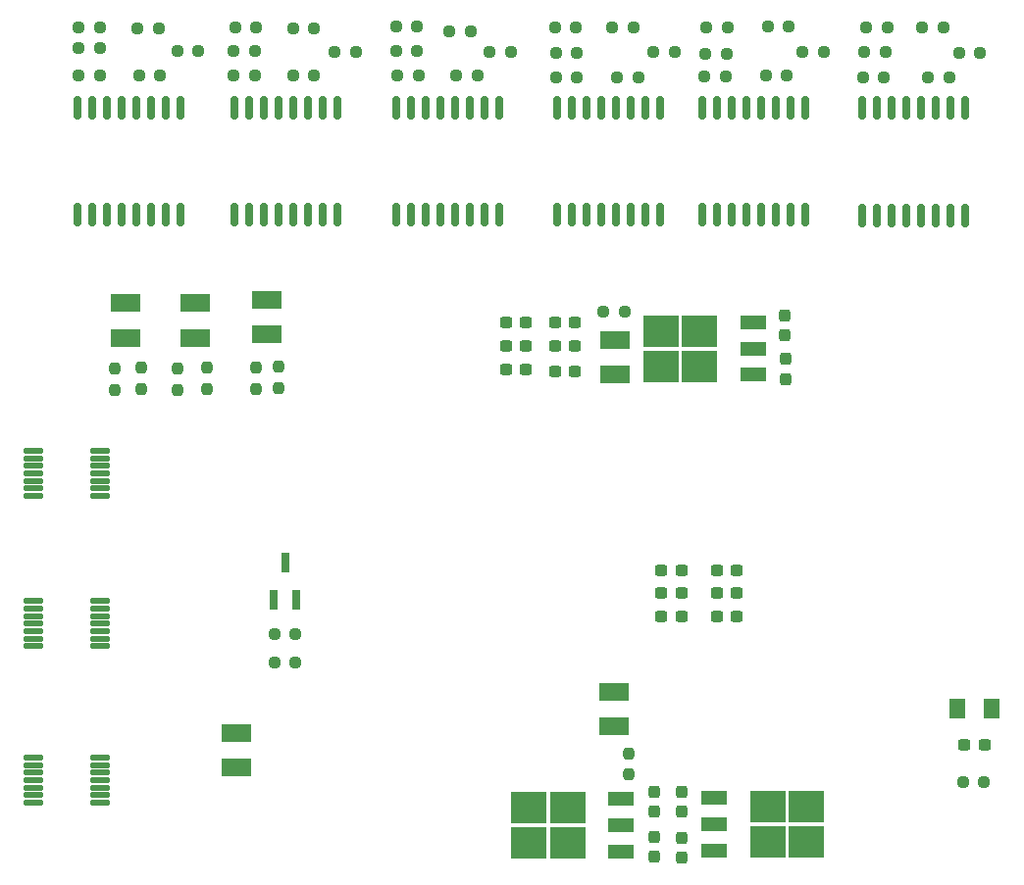
<source format=gbr>
%TF.GenerationSoftware,KiCad,Pcbnew,6.0.11-2627ca5db0~126~ubuntu20.04.1*%
%TF.CreationDate,2023-12-31T19:32:31+09:00*%
%TF.ProjectId,wheel,77686565-6c2e-46b6-9963-61645f706362,rev?*%
%TF.SameCoordinates,Original*%
%TF.FileFunction,Paste,Top*%
%TF.FilePolarity,Positive*%
%FSLAX46Y46*%
G04 Gerber Fmt 4.6, Leading zero omitted, Abs format (unit mm)*
G04 Created by KiCad (PCBNEW 6.0.11-2627ca5db0~126~ubuntu20.04.1) date 2023-12-31 19:32:31*
%MOMM*%
%LPD*%
G01*
G04 APERTURE LIST*
G04 Aperture macros list*
%AMRoundRect*
0 Rectangle with rounded corners*
0 $1 Rounding radius*
0 $2 $3 $4 $5 $6 $7 $8 $9 X,Y pos of 4 corners*
0 Add a 4 corners polygon primitive as box body*
4,1,4,$2,$3,$4,$5,$6,$7,$8,$9,$2,$3,0*
0 Add four circle primitives for the rounded corners*
1,1,$1+$1,$2,$3*
1,1,$1+$1,$4,$5*
1,1,$1+$1,$6,$7*
1,1,$1+$1,$8,$9*
0 Add four rect primitives between the rounded corners*
20,1,$1+$1,$2,$3,$4,$5,0*
20,1,$1+$1,$4,$5,$6,$7,0*
20,1,$1+$1,$6,$7,$8,$9,0*
20,1,$1+$1,$8,$9,$2,$3,0*%
G04 Aperture macros list end*
%ADD10RoundRect,0.237500X0.250000X0.237500X-0.250000X0.237500X-0.250000X-0.237500X0.250000X-0.237500X0*%
%ADD11RoundRect,0.237500X0.237500X-0.300000X0.237500X0.300000X-0.237500X0.300000X-0.237500X-0.300000X0*%
%ADD12RoundRect,0.150000X0.150000X-0.875000X0.150000X0.875000X-0.150000X0.875000X-0.150000X-0.875000X0*%
%ADD13RoundRect,0.020500X0.764500X0.184500X-0.764500X0.184500X-0.764500X-0.184500X0.764500X-0.184500X0*%
%ADD14R,3.050000X2.750000*%
%ADD15R,2.200000X1.200000*%
%ADD16RoundRect,0.237500X-0.237500X0.300000X-0.237500X-0.300000X0.237500X-0.300000X0.237500X0.300000X0*%
%ADD17RoundRect,0.237500X-0.250000X-0.237500X0.250000X-0.237500X0.250000X0.237500X-0.250000X0.237500X0*%
%ADD18RoundRect,0.237500X0.237500X-0.250000X0.237500X0.250000X-0.237500X0.250000X-0.237500X-0.250000X0*%
%ADD19R,2.600000X1.500000*%
%ADD20RoundRect,0.237500X-0.300000X-0.237500X0.300000X-0.237500X0.300000X0.237500X-0.300000X0.237500X0*%
%ADD21RoundRect,0.237500X0.300000X0.237500X-0.300000X0.237500X-0.300000X-0.237500X0.300000X-0.237500X0*%
%ADD22R,0.800000X1.800000*%
%ADD23RoundRect,0.250001X-0.462499X-0.624999X0.462499X-0.624999X0.462499X0.624999X-0.462499X0.624999X0*%
G04 APERTURE END LIST*
D10*
%TO.C,R60*%
X147852500Y-76200000D03*
X146027500Y-76200000D03*
%TD*%
%TO.C,R57*%
X117162500Y-98500000D03*
X115337500Y-98500000D03*
%TD*%
%TO.C,R26*%
X71852500Y-78100000D03*
X70027500Y-78100000D03*
%TD*%
D11*
%TO.C,C2*%
X131050000Y-104362500D03*
X131050000Y-102637500D03*
%TD*%
D12*
%TO.C,MD_Iso_4*%
X123895000Y-90200000D03*
X125165000Y-90200000D03*
X126435000Y-90200000D03*
X127705000Y-90200000D03*
X128975000Y-90200000D03*
X130245000Y-90200000D03*
X131515000Y-90200000D03*
X132785000Y-90200000D03*
X132785000Y-80900000D03*
X131515000Y-80900000D03*
X130245000Y-80900000D03*
X128975000Y-80900000D03*
X127705000Y-80900000D03*
X126435000Y-80900000D03*
X125165000Y-80900000D03*
X123895000Y-80900000D03*
%TD*%
D13*
%TO.C,ST1*%
X71870000Y-127450000D03*
X71870000Y-126800000D03*
X71870000Y-126150000D03*
X71870000Y-125500000D03*
X71870000Y-124850000D03*
X71870000Y-124200000D03*
X71870000Y-123550000D03*
X66130000Y-123550000D03*
X66130000Y-124200000D03*
X66130000Y-124850000D03*
X66130000Y-125500000D03*
X66130000Y-126150000D03*
X66130000Y-126800000D03*
X66130000Y-127450000D03*
%TD*%
D10*
%TO.C,R59*%
X88762500Y-128825000D03*
X86937500Y-128825000D03*
%TD*%
%TO.C,R35*%
X121452500Y-76100000D03*
X119627500Y-76100000D03*
%TD*%
%TO.C,R7*%
X76952500Y-74100000D03*
X75127500Y-74100000D03*
%TD*%
%TO.C,R27*%
X85252500Y-78100000D03*
X83427500Y-78100000D03*
%TD*%
D14*
%TO.C,Load_5V1*%
X120275000Y-100195000D03*
X123625000Y-103245000D03*
X123625000Y-100195000D03*
X120275000Y-103245000D03*
D15*
X128250000Y-104000000D03*
X128250000Y-101720000D03*
X128250000Y-99440000D03*
%TD*%
D10*
%TO.C,R12*%
X144662500Y-74000000D03*
X142837500Y-74000000D03*
%TD*%
D16*
%TO.C,C1*%
X122075000Y-139987500D03*
X122075000Y-141712500D03*
%TD*%
D10*
%TO.C,R15*%
X85252500Y-76000000D03*
X83427500Y-76000000D03*
%TD*%
D17*
%TO.C,R24*%
X138027500Y-74000000D03*
X139852500Y-74000000D03*
%TD*%
D18*
%TO.C,R5*%
X75412500Y-105212500D03*
X75412500Y-103387500D03*
%TD*%
D10*
%TO.C,R8*%
X90352500Y-74100000D03*
X88527500Y-74100000D03*
%TD*%
D17*
%TO.C,R28*%
X97527500Y-78100000D03*
X99352500Y-78100000D03*
%TD*%
D19*
%TO.C,LED_Blue1*%
X74087500Y-100800000D03*
X74087500Y-97800000D03*
%TD*%
D12*
%TO.C,MD_Iso_1*%
X83445000Y-90200000D03*
X84715000Y-90200000D03*
X85985000Y-90200000D03*
X87255000Y-90200000D03*
X88525000Y-90200000D03*
X89795000Y-90200000D03*
X91065000Y-90200000D03*
X92335000Y-90200000D03*
X92335000Y-80900000D03*
X91065000Y-80900000D03*
X89795000Y-80900000D03*
X88525000Y-80900000D03*
X87255000Y-80900000D03*
X85985000Y-80900000D03*
X84715000Y-80900000D03*
X83445000Y-80900000D03*
%TD*%
D10*
%TO.C,R25*%
X80352500Y-76000000D03*
X78527500Y-76000000D03*
%TD*%
%TO.C,R61*%
X90352500Y-78100000D03*
X88527500Y-78100000D03*
%TD*%
D20*
%TO.C,C8*%
X106937500Y-101500000D03*
X108662500Y-101500000D03*
%TD*%
D10*
%TO.C,R31*%
X77052500Y-78100000D03*
X75227500Y-78100000D03*
%TD*%
D20*
%TO.C,C12*%
X111137500Y-103700000D03*
X112862500Y-103700000D03*
%TD*%
%TO.C,C15*%
X120337500Y-124875000D03*
X122062500Y-124875000D03*
%TD*%
D10*
%TO.C,R30*%
X125852500Y-78200000D03*
X124027500Y-78200000D03*
%TD*%
%TO.C,R62*%
X104452500Y-78100000D03*
X102627500Y-78100000D03*
%TD*%
%TO.C,R23*%
X139652500Y-76100000D03*
X137827500Y-76100000D03*
%TD*%
D21*
%TO.C,C16*%
X126862500Y-120875000D03*
X125137500Y-120875000D03*
%TD*%
D10*
%TO.C,R63*%
X118352500Y-78300000D03*
X116527500Y-78300000D03*
%TD*%
%TO.C,R21*%
X125952500Y-76300000D03*
X124127500Y-76300000D03*
%TD*%
%TO.C,R19*%
X113052500Y-76200000D03*
X111227500Y-76200000D03*
%TD*%
%TO.C,R33*%
X93952500Y-76100000D03*
X92127500Y-76100000D03*
%TD*%
%TO.C,R32*%
X139552500Y-78300000D03*
X137727500Y-78300000D03*
%TD*%
D21*
%TO.C,C18*%
X126862500Y-124875000D03*
X125137500Y-124875000D03*
%TD*%
D12*
%TO.C,MD_Iso_0*%
X69945000Y-90200000D03*
X71215000Y-90200000D03*
X72485000Y-90200000D03*
X73755000Y-90200000D03*
X75025000Y-90200000D03*
X76295000Y-90200000D03*
X77565000Y-90200000D03*
X78835000Y-90200000D03*
X78835000Y-80900000D03*
X77565000Y-80900000D03*
X76295000Y-80900000D03*
X75025000Y-80900000D03*
X73755000Y-80900000D03*
X72485000Y-80900000D03*
X71215000Y-80900000D03*
X69945000Y-80900000D03*
%TD*%
D20*
%TO.C,C14*%
X120337500Y-122875000D03*
X122062500Y-122875000D03*
%TD*%
D10*
%TO.C,R17*%
X99252500Y-76000000D03*
X97427500Y-76000000D03*
%TD*%
D17*
%TO.C,R18*%
X97427500Y-73900000D03*
X99252500Y-73900000D03*
%TD*%
D22*
%TO.C,Q13*%
X86900000Y-123475000D03*
X88800000Y-123475000D03*
X87850000Y-120175000D03*
%TD*%
D20*
%TO.C,C9*%
X106937500Y-103500000D03*
X108662500Y-103500000D03*
%TD*%
D18*
%TO.C,R6*%
X73175000Y-105312500D03*
X73175000Y-103487500D03*
%TD*%
D10*
%TO.C,R29*%
X113052500Y-78300000D03*
X111227500Y-78300000D03*
%TD*%
D11*
%TO.C,C3*%
X122075000Y-145712500D03*
X122075000Y-143987500D03*
%TD*%
%TO.C,C5*%
X119675000Y-145625000D03*
X119675000Y-143900000D03*
%TD*%
D10*
%TO.C,R10*%
X117912500Y-74000000D03*
X116087500Y-74000000D03*
%TD*%
D19*
%TO.C,CAN_Debug1*%
X83650000Y-134925000D03*
X83650000Y-137925000D03*
%TD*%
D17*
%TO.C,R20*%
X111127500Y-74000000D03*
X112952500Y-74000000D03*
%TD*%
D19*
%TO.C,LED_Red1*%
X86250000Y-100500000D03*
X86250000Y-97500000D03*
%TD*%
D21*
%TO.C,C17*%
X126862500Y-122875000D03*
X125137500Y-122875000D03*
%TD*%
D13*
%TO.C,ST0*%
X71870000Y-140950000D03*
X71870000Y-140300000D03*
X71870000Y-139650000D03*
X71870000Y-139000000D03*
X71870000Y-138350000D03*
X71870000Y-137700000D03*
X71870000Y-137050000D03*
X66130000Y-137050000D03*
X66130000Y-137700000D03*
X66130000Y-138350000D03*
X66130000Y-139000000D03*
X66130000Y-139650000D03*
X66130000Y-140300000D03*
X66130000Y-140950000D03*
%TD*%
D17*
%TO.C,R16*%
X83527500Y-74000000D03*
X85352500Y-74000000D03*
%TD*%
D18*
%TO.C,R3*%
X81087500Y-105212500D03*
X81087500Y-103387500D03*
%TD*%
%TO.C,R1*%
X87250000Y-105112500D03*
X87250000Y-103287500D03*
%TD*%
D10*
%TO.C,R55*%
X148175000Y-139200000D03*
X146350000Y-139200000D03*
%TD*%
D14*
%TO.C,Power_5V1*%
X132850000Y-144375000D03*
X129500000Y-144375000D03*
X132850000Y-141325000D03*
X129500000Y-141325000D03*
D15*
X124875000Y-140570000D03*
X124875000Y-142850000D03*
X124875000Y-145130000D03*
%TD*%
D18*
%TO.C,R56*%
X117500000Y-138537500D03*
X117500000Y-136712500D03*
%TD*%
D16*
%TO.C,C4*%
X131000000Y-98887500D03*
X131000000Y-100612500D03*
%TD*%
%TO.C,C6*%
X119675000Y-140037500D03*
X119675000Y-141762500D03*
%TD*%
D20*
%TO.C,C11*%
X111137500Y-101500000D03*
X112862500Y-101500000D03*
%TD*%
D19*
%TO.C,Power_Debug1*%
X116250000Y-134375000D03*
X116250000Y-131375000D03*
%TD*%
D10*
%TO.C,R36*%
X134352500Y-76100000D03*
X132527500Y-76100000D03*
%TD*%
%TO.C,R11*%
X131352500Y-73900000D03*
X129527500Y-73900000D03*
%TD*%
D14*
%TO.C,Power_3V3*%
X108900000Y-144425000D03*
X112250000Y-141375000D03*
X112250000Y-144425000D03*
X108900000Y-141375000D03*
D15*
X116875000Y-145180000D03*
X116875000Y-142900000D03*
X116875000Y-140620000D03*
%TD*%
D10*
%TO.C,R13*%
X71840000Y-75800000D03*
X70015000Y-75800000D03*
%TD*%
D20*
%TO.C,C7*%
X106937500Y-99500000D03*
X108662500Y-99500000D03*
%TD*%
D18*
%TO.C,R2*%
X85337500Y-105212500D03*
X85337500Y-103387500D03*
%TD*%
D12*
%TO.C,MD_Iso_3*%
X111295000Y-90200000D03*
X112565000Y-90200000D03*
X113835000Y-90200000D03*
X115105000Y-90200000D03*
X116375000Y-90200000D03*
X117645000Y-90200000D03*
X118915000Y-90200000D03*
X120185000Y-90200000D03*
X120185000Y-80900000D03*
X118915000Y-80900000D03*
X117645000Y-80900000D03*
X116375000Y-80900000D03*
X115105000Y-80900000D03*
X113835000Y-80900000D03*
X112565000Y-80900000D03*
X111295000Y-80900000D03*
%TD*%
D10*
%TO.C,R9*%
X103852500Y-74300000D03*
X102027500Y-74300000D03*
%TD*%
%TO.C,R34*%
X107352500Y-76100000D03*
X105527500Y-76100000D03*
%TD*%
D21*
%TO.C,C19*%
X148225000Y-136000000D03*
X146500000Y-136000000D03*
%TD*%
D12*
%TO.C,MD_Iso_5*%
X137695000Y-90250000D03*
X138965000Y-90250000D03*
X140235000Y-90250000D03*
X141505000Y-90250000D03*
X142775000Y-90250000D03*
X144045000Y-90250000D03*
X145315000Y-90250000D03*
X146585000Y-90250000D03*
X146585000Y-80950000D03*
X145315000Y-80950000D03*
X144045000Y-80950000D03*
X142775000Y-80950000D03*
X141505000Y-80950000D03*
X140235000Y-80950000D03*
X138965000Y-80950000D03*
X137695000Y-80950000D03*
%TD*%
D19*
%TO.C,LED_Green1*%
X80087500Y-100800000D03*
X80087500Y-97800000D03*
%TD*%
D12*
%TO.C,MD_Iso_2*%
X97445000Y-90200000D03*
X98715000Y-90200000D03*
X99985000Y-90200000D03*
X101255000Y-90200000D03*
X102525000Y-90200000D03*
X103795000Y-90200000D03*
X105065000Y-90200000D03*
X106335000Y-90200000D03*
X106335000Y-80900000D03*
X105065000Y-80900000D03*
X103795000Y-80900000D03*
X102525000Y-80900000D03*
X101255000Y-80900000D03*
X99985000Y-80900000D03*
X98715000Y-80900000D03*
X97445000Y-80900000D03*
%TD*%
D23*
%TO.C,D1*%
X145875000Y-132800000D03*
X148850000Y-132800000D03*
%TD*%
D18*
%TO.C,R4*%
X78587500Y-105312500D03*
X78587500Y-103487500D03*
%TD*%
D13*
%TO.C,ST2*%
X71870000Y-114450000D03*
X71870000Y-113800000D03*
X71870000Y-113150000D03*
X71870000Y-112500000D03*
X71870000Y-111850000D03*
X71870000Y-111200000D03*
X71870000Y-110550000D03*
X66130000Y-110550000D03*
X66130000Y-111200000D03*
X66130000Y-111850000D03*
X66130000Y-112500000D03*
X66130000Y-113150000D03*
X66130000Y-113800000D03*
X66130000Y-114450000D03*
%TD*%
D20*
%TO.C,C10*%
X111137500Y-99500000D03*
X112862500Y-99500000D03*
%TD*%
%TO.C,C13*%
X120337500Y-120875000D03*
X122062500Y-120875000D03*
%TD*%
D19*
%TO.C,Load_Debug1*%
X116300000Y-101000000D03*
X116300000Y-104000000D03*
%TD*%
D10*
%TO.C,R65*%
X145162500Y-78300000D03*
X143337500Y-78300000D03*
%TD*%
D17*
%TO.C,R14*%
X70027500Y-74000000D03*
X71852500Y-74000000D03*
%TD*%
D10*
%TO.C,R64*%
X131162500Y-78100000D03*
X129337500Y-78100000D03*
%TD*%
D17*
%TO.C,R22*%
X124227500Y-74000000D03*
X126052500Y-74000000D03*
%TD*%
D10*
%TO.C,R58*%
X88762500Y-126425000D03*
X86937500Y-126425000D03*
%TD*%
M02*

</source>
